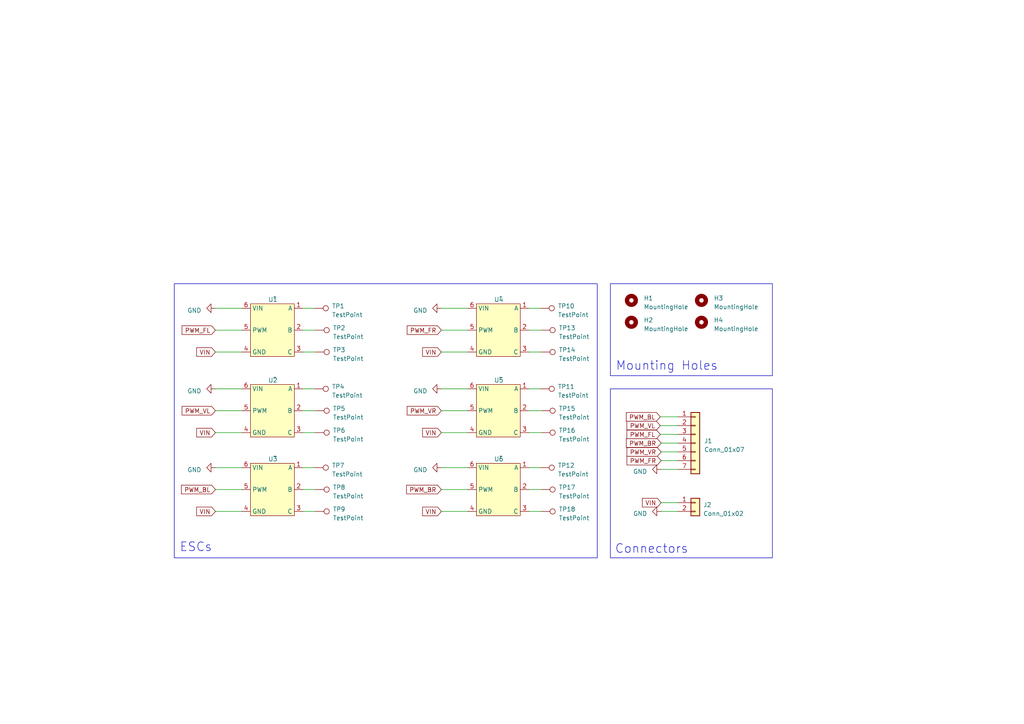
<source format=kicad_sch>
(kicad_sch (version 20230121) (generator eeschema)
  (paper "A4")
  (title_block (title "Speed Controller Integration") (date "2022-12-27") (rev "v01") (company "MATE Robotics") (comment 1 "Author: M. Liu"))
  (lib_symbols
    (symbol "Connector:TestPoint" (pin_numbers hide) (pin_names (offset 0.762) hide)
      (property "Reference" "TP" (at 0 6.858 0))
      (property "Value" "TestPoint" (at 0 5.08 0))
      (symbol "TestPoint_0_1"
        (circle (center 0 3.302) (radius 0.762))
      )
      (symbol "TestPoint_1_1"
        (pin passive line (at 0 0 90) (length 2.54) (name "1") (number "1"))
      )
    )
    (symbol "Connector_Generic:Conn_01x02" (pin_names (offset 1.016) hide)
      (property "Reference" "J" (at 0 2.54 0))
      (property "Value" "Conn_01x02" (at 0 -5.08 0))
      (symbol "Conn_01x02_1_1"
        (rectangle (start -1.27 -2.413) (end 0 -2.667) (stroke (width 0.1524)))
        (rectangle (start -1.27 0.127) (end 0 -0.127) (stroke (width 0.1524)))
        (rectangle (start -1.27 1.27) (end 1.27 -3.81) (stroke (width 0.254)) (fill (type background)))
        (pin passive line (at -5.08 0 0) (length 3.81) (name "Pin_1") (number "1"))
        (pin passive line (at -5.08 -2.54 0) (length 3.81) (name "Pin_2") (number "2"))
      )
    )
    (symbol "Connector_Generic:Conn_01x07" (pin_names (offset 1.016) hide)
      (property "Reference" "J" (at 0 10.16 0))
      (property "Value" "Conn_01x07" (at 0 -10.16 0))
      (symbol "Conn_01x07_1_1"
        (rectangle (start -1.27 -7.493) (end 0 -7.747) (stroke (width 0.1524)))
        (rectangle (start -1.27 -4.953) (end 0 -5.207) (stroke (width 0.1524)))
        (rectangle (start -1.27 -2.413) (end 0 -2.667) (stroke (width 0.1524)))
        (rectangle (start -1.27 0.127) (end 0 -0.127) (stroke (width 0.1524)))
        (rectangle (start -1.27 2.667) (end 0 2.413) (stroke (width 0.1524)))
        (rectangle (start -1.27 5.207) (end 0 4.953) (stroke (width 0.1524)))
        (rectangle (start -1.27 7.747) (end 0 7.493) (stroke (width 0.1524)))
        (rectangle (start -1.27 8.89) (end 1.27 -8.89) (stroke (width 0.254)) (fill (type background)))
        (pin passive line (at -5.08 7.62 0) (length 3.81) (name "Pin_1") (number "1"))
        (pin passive line (at -5.08 5.08 0) (length 3.81) (name "Pin_2") (number "2"))
        (pin passive line (at -5.08 2.54 0) (length 3.81) (name "Pin_3") (number "3"))
        (pin passive line (at -5.08 0 0) (length 3.81) (name "Pin_4") (number "4"))
        (pin passive line (at -5.08 -2.54 0) (length 3.81) (name "Pin_5") (number "5"))
        (pin passive line (at -5.08 -5.08 0) (length 3.81) (name "Pin_6") (number "6"))
        (pin passive line (at -5.08 -7.62 0) (length 3.81) (name "Pin_7") (number "7"))
      )
    )
    (symbol "DYS_ESC:ESC"
      (property "Reference" "U" (at -6.35 8.89 0))
      (property "Value" "ESC" (at 2.54 -8.89 0))
      (symbol "ESC_0_1"
        (rectangle (start -6.35 7.62) (end 6.35 -7.62) (fill (type background)))
      )
      (symbol "ESC_1_1"
        (pin output line (at 8.89 6.35 180) (length 2.54) (name "A") (number "1"))
        (pin output line (at 8.89 0 180) (length 2.54) (name "B") (number "2"))
        (pin output line (at 8.89 -6.35 180) (length 2.54) (name "C") (number "3"))
        (pin power_in line (at -8.89 -6.35 0) (length 2.54) (name "GND") (number "4"))
        (pin input line (at -8.89 0 0) (length 2.54) (name "PWM") (number "5"))
        (pin power_in line (at -8.89 6.35 0) (length 2.54) (name "VIN") (number "6"))
      )
    )
    (symbol "Mechanical:MountingHole" (pin_names (offset 1.016))
      (property "Reference" "H" (at 0 5.08 0))
      (property "Value" "MountingHole" (at 0 3.175 0))
      (symbol "MountingHole_0_1"
        (circle (center 0 0) (radius 1.27) (stroke (width 1.27)))
      )
    )
    (symbol "power:GND" (power) (pin_names (offset 0))
      (property "Value" "GND" (at 0 -3.81 0))
      (symbol "GND_0_1"
        (polyline (pts (xy 0 0) (xy 0 -1.27) (xy 1.27 -1.27) (xy 0 -2.54) (xy -1.27 -1.27) (xy 0 -1.27)))
      )
      (symbol "GND_1_1"
        (pin power_in line (at 0 0 270) (length 0) hide (name "GND") (number "1"))
      )
    )
  )
  (wire (pts (xy 191.77 145.796) (xy 196.596 145.796)))
  (wire (pts (xy 128.016 125.476) (xy 135.636 125.476)))
  (wire (pts (xy 191.77 133.604) (xy 196.596 133.604)))
  (wire (pts (xy 128.016 135.636) (xy 135.636 135.636)))
  (wire (pts (xy 191.77 136.144) (xy 196.596 136.144)))
  (wire (pts (xy 128.016 119.126) (xy 135.636 119.126)))
  (wire (pts (xy 128.016 95.758) (xy 135.636 95.758)))
  (wire (pts (xy 87.884 141.986) (xy 91.44 141.986)))
  (wire (pts (xy 153.416 135.636) (xy 156.718 135.636)))
  (wire (pts (xy 128.016 102.108) (xy 135.636 102.108)))
  (wire (pts (xy 153.416 125.476) (xy 156.972 125.476)))
  (wire (pts (xy 87.884 119.126) (xy 91.44 119.126)))
  (wire (pts (xy 62.484 125.476) (xy 70.104 125.476)))
  (wire (pts (xy 128.016 112.776) (xy 135.636 112.776)))
  (wire (pts (xy 153.416 102.108) (xy 156.972 102.108)))
  (wire (pts (xy 62.484 102.108) (xy 70.104 102.108)))
  (wire (pts (xy 87.884 125.476) (xy 91.44 125.476)))
  (wire (pts (xy 62.484 95.758) (xy 70.104 95.758)))
  (wire (pts (xy 128.016 89.408) (xy 135.636 89.408)))
  (wire (pts (xy 191.516 123.444) (xy 196.596 123.444)))
  (wire (pts (xy 128.016 148.336) (xy 135.636 148.336)))
  (wire (pts (xy 191.516 120.904) (xy 196.596 120.904)))
  (wire (pts (xy 87.884 89.408) (xy 91.186 89.408)))
  (wire (pts (xy 87.884 148.336) (xy 91.44 148.336)))
  (wire (pts (xy 153.416 141.986) (xy 156.972 141.986)))
  (wire (pts (xy 62.484 112.776) (xy 70.104 112.776)))
  (wire (pts (xy 153.416 148.336) (xy 156.972 148.336)))
  (wire (pts (xy 87.884 112.776) (xy 91.186 112.776)))
  (wire (pts (xy 191.77 148.336) (xy 196.596 148.336)))
  (wire (pts (xy 191.77 131.064) (xy 196.596 131.064)))
  (wire (pts (xy 87.884 135.636) (xy 91.186 135.636)))
  (wire (pts (xy 62.484 141.986) (xy 70.104 141.986)))
  (wire (pts (xy 191.77 128.524) (xy 196.596 128.524)))
  (wire (pts (xy 62.484 135.636) (xy 70.104 135.636)))
  (wire (pts (xy 87.884 95.758) (xy 91.44 95.758)))
  (wire (pts (xy 128.016 141.986) (xy 135.636 141.986)))
  (wire (pts (xy 191.516 125.984) (xy 196.596 125.984)))
  (wire (pts (xy 62.484 119.126) (xy 70.104 119.126)))
  (wire (pts (xy 153.416 112.776) (xy 156.718 112.776)))
  (wire (pts (xy 62.484 89.408) (xy 70.104 89.408)))
  (wire (pts (xy 153.416 119.126) (xy 156.972 119.126)))
  (wire (pts (xy 62.484 148.336) (xy 70.104 148.336)))
  (wire (pts (xy 153.416 95.758) (xy 156.972 95.758)))
  (wire (pts (xy 87.884 102.108) (xy 91.44 102.108)))
  (wire (pts (xy 153.416 89.408) (xy 156.718 89.408)))
  (rectangle (start 50.546 82.296) (end 173.228 161.798))
  (rectangle (start 177.038 82.296) (end 224.028 108.966))
  (rectangle (start 177.038 112.776) (end 224.028 161.798))
  (text "ESCs" (at 52.07 160.274 0) (effects (font (size 2.54 2.54)) (justify left bottom)))
  (text "Mounting Holes" (at 178.562 107.696 0) (effects (font (size 2.54 2.54)) (justify left bottom)))
  (text "Connectors" (at 178.308 160.782 0) (effects (font (size 2.54 2.54)) (justify left bottom)))
  (global_label "VIN" (shape input) (at 62.484 148.336 180) (property "Intersheetrefs" "${INTERSHEET_REFS}" (effects hide)))
  (global_label "PWM_VR" (shape input) (at 128.016 119.126 180) (property "Intersheetrefs" "${INTERSHEET_REFS}" (effects hide)))
  (global_label "PWM_BL" (shape input) (at 191.516 120.904 180) (property "Intersheetrefs" "${INTERSHEET_REFS}" (effects hide)))
  (global_label "PWM_BR" (shape input) (at 191.77 128.524 180) (property "Intersheetrefs" "${INTERSHEET_REFS}" (effects hide)))
  (global_label "PWM_FR" (shape input) (at 128.016 95.758 180) (property "Intersheetrefs" "${INTERSHEET_REFS}" (effects hide)))
  (global_label "VIN" (shape input) (at 191.77 145.796 180) (property "Intersheetrefs" "${INTERSHEET_REFS}" (effects hide)))
  (global_label "PWM_FR" (shape input) (at 191.77 133.604 180) (property "Intersheetrefs" "${INTERSHEET_REFS}" (effects hide)))
  (global_label "VIN" (shape input) (at 128.016 148.336 180) (property "Intersheetrefs" "${INTERSHEET_REFS}" (effects hide)))
  (global_label "VIN" (shape input) (at 128.016 125.476 180) (property "Intersheetrefs" "${INTERSHEET_REFS}" (effects hide)))
  (global_label "PWM_BL" (shape input) (at 62.484 141.986 180) (property "Intersheetrefs" "${INTERSHEET_REFS}" (effects hide)))
  (global_label "PWM_VL" (shape input) (at 62.484 119.126 180) (property "Intersheetrefs" "${INTERSHEET_REFS}" (effects hide)))
  (global_label "PWM_VR" (shape input) (at 191.77 131.064 180) (property "Intersheetrefs" "${INTERSHEET_REFS}" (effects hide)))
  (global_label "PWM_FL" (shape input) (at 62.484 95.758 180) (property "Intersheetrefs" "${INTERSHEET_REFS}" (effects hide)))
  (global_label "VIN" (shape input) (at 62.484 102.108 180) (property "Intersheetrefs" "${INTERSHEET_REFS}" (effects hide)))
  (global_label "VIN" (shape input) (at 128.016 102.108 180) (property "Intersheetrefs" "${INTERSHEET_REFS}" (effects hide)))
  (global_label "PWM_BR" (shape input) (at 128.016 141.986 180) (property "Intersheetrefs" "${INTERSHEET_REFS}" (effects hide)))
  (global_label "VIN" (shape input) (at 62.484 125.476 180) (property "Intersheetrefs" "${INTERSHEET_REFS}" (effects hide)))
  (global_label "PWM_VL" (shape input) (at 191.516 123.444 180) (property "Intersheetrefs" "${INTERSHEET_REFS}" (effects hide)))
  (global_label "PWM_FL" (shape input) (at 191.516 125.984 180) (property "Intersheetrefs" "${INTERSHEET_REFS}" (effects hide)))
  (symbol (lib_id "Connector_Generic:Conn_01x07") (at 201.676 128.524 0) (unit 1)
    (property "Reference" "J1" (at 204.216 127.889 0) (effects (justify left)))
    (property "Value" "Conn_01x07" (at 204.216 130.429 0) (effects (justify left)))
    (property "Footprint" "Connector_Molex:Molex_PicoBlade_53047-0710_1x07_P1.25mm_Vertical" (effects hide))
  )
  (symbol (lib_id "DYS_ESC:ESC") (at 78.994 95.758 0) (unit 1)
    (property "Reference" "U1" (at 79.1464 86.9188 0))
    (property "Value" "~" (at 79.7611 86.0552 0))
    (property "Footprint" "ESC:ESC" (effects hide))
  )
  (symbol (lib_id "Connector:TestPoint") (at 91.186 89.408 270) (unit 1)
    (property "Reference" "TP1" (at 96.266 88.773 90) (effects (justify left)))
    (property "Value" "TestPoint" (at 96.266 91.313 90) (effects (justify left)))
    (property "Footprint" "TestPoint:TestPoint_Pad_D4.0mm" (effects hide))
  )
  (symbol (lib_id "power:GND") (at 128.016 89.408 270) (unit 1)
    (property "Reference" "#PWR04" (effects hide))
    (property "Value" "GND" (at 123.952 90.043 90) (effects (justify right)))
  )
  (symbol (lib_id "Connector:TestPoint") (at 156.972 141.986 270) (unit 1)
    (property "Reference" "TP17" (at 162.052 141.351 90) (effects (justify left)))
    (property "Value" "TestPoint" (at 162.052 143.891 90) (effects (justify left)))
    (property "Footprint" "TestPoint:TestPoint_Pad_D4.0mm" (effects hide))
  )
  (symbol (lib_id "Connector:TestPoint") (at 156.718 135.636 270) (unit 1)
    (property "Reference" "TP12" (at 161.798 135.001 90) (effects (justify left)))
    (property "Value" "TestPoint" (at 161.798 137.541 90) (effects (justify left)))
    (property "Footprint" "TestPoint:TestPoint_Pad_D4.0mm" (effects hide))
  )
  (symbol (lib_id "Connector:TestPoint") (at 91.186 135.636 270) (unit 1)
    (property "Reference" "TP7" (at 96.266 135.001 90) (effects (justify left)))
    (property "Value" "TestPoint" (at 96.266 137.541 90) (effects (justify left)))
    (property "Footprint" "TestPoint:TestPoint_Pad_D4.0mm" (effects hide))
  )
  (symbol (lib_id "Connector:TestPoint") (at 156.972 125.476 270) (unit 1)
    (property "Reference" "TP16" (at 162.052 124.841 90) (effects (justify left)))
    (property "Value" "TestPoint" (at 162.052 127.381 90) (effects (justify left)))
    (property "Footprint" "TestPoint:TestPoint_Pad_D4.0mm" (effects hide))
  )
  (symbol (lib_id "Connector:TestPoint") (at 156.972 95.758 270) (unit 1)
    (property "Reference" "TP13" (at 162.052 95.123 90) (effects (justify left)))
    (property "Value" "TestPoint" (at 162.052 97.663 90) (effects (justify left)))
    (property "Footprint" "TestPoint:TestPoint_Pad_D4.0mm" (effects hide))
  )
  (symbol (lib_id "Connector:TestPoint") (at 156.972 148.336 270) (unit 1)
    (property "Reference" "TP18" (at 162.052 147.701 90) (effects (justify left)))
    (property "Value" "TestPoint" (at 162.052 150.241 90) (effects (justify left)))
    (property "Footprint" "TestPoint:TestPoint_Pad_D4.0mm" (effects hide))
  )
  (symbol (lib_id "Mechanical:MountingHole") (at 183.134 87.122 0) (unit 1)
    (property "Reference" "H1" (at 186.69 86.487 0) (effects (justify left)))
    (property "Value" "MountingHole" (at 186.69 89.027 0) (effects (justify left)))
    (property "Footprint" "MountingHole:MountingHole_3.2mm_M3_Pad_Via" (effects hide))
  )
  (symbol (lib_id "power:GND") (at 128.016 135.636 270) (unit 1)
    (property "Reference" "#PWR06" (effects hide))
    (property "Value" "GND" (at 123.952 136.271 90) (effects (justify right)))
  )
  (symbol (lib_id "DYS_ESC:ESC") (at 78.994 141.986 0) (unit 1)
    (property "Reference" "U3" (at 79.1464 133.1468 0))
    (property "Value" "~" (at 79.7611 132.2832 0))
    (property "Footprint" "ESC:ESC" (effects hide))
  )
  (symbol (lib_id "power:GND") (at 191.77 148.336 270) (unit 1)
    (property "Reference" "#PWR08" (effects hide))
    (property "Value" "GND" (at 187.706 148.971 90) (effects (justify right)))
  )
  (symbol (lib_id "Connector:TestPoint") (at 156.972 102.108 270) (unit 1)
    (property "Reference" "TP14" (at 162.052 101.473 90) (effects (justify left)))
    (property "Value" "TestPoint" (at 162.052 104.013 90) (effects (justify left)))
    (property "Footprint" "TestPoint:TestPoint_Pad_D4.0mm" (effects hide))
  )
  (symbol (lib_id "Connector:TestPoint") (at 91.44 148.336 270) (unit 1)
    (property "Reference" "TP9" (at 96.52 147.701 90) (effects (justify left)))
    (property "Value" "TestPoint" (at 96.52 150.241 90) (effects (justify left)))
    (property "Footprint" "TestPoint:TestPoint_Pad_D4.0mm" (effects hide))
  )
  (symbol (lib_id "DYS_ESC:ESC") (at 144.526 119.126 0) (unit 1)
    (property "Reference" "U5" (at 144.6784 110.2868 0))
    (property "Value" "~" (at 145.2931 109.4232 0))
    (property "Footprint" "ESC:ESC" (effects hide))
  )
  (symbol (lib_id "power:GND") (at 191.77 136.144 270) (unit 1)
    (property "Reference" "#PWR07" (effects hide))
    (property "Value" "GND" (at 187.706 136.779 90) (effects (justify right)))
  )
  (symbol (lib_id "Connector:TestPoint") (at 91.44 119.126 270) (unit 1)
    (property "Reference" "TP5" (at 96.52 118.491 90) (effects (justify left)))
    (property "Value" "TestPoint" (at 96.52 121.031 90) (effects (justify left)))
    (property "Footprint" "TestPoint:TestPoint_Pad_D4.0mm" (effects hide))
  )
  (symbol (lib_id "Connector:TestPoint") (at 156.718 112.776 270) (unit 1)
    (property "Reference" "TP11" (at 161.798 112.141 90) (effects (justify left)))
    (property "Value" "TestPoint" (at 161.798 114.681 90) (effects (justify left)))
    (property "Footprint" "TestPoint:TestPoint_Pad_D4.0mm" (effects hide))
  )
  (symbol (lib_id "Connector:TestPoint") (at 91.44 95.758 270) (unit 1)
    (property "Reference" "TP2" (at 96.52 95.123 90) (effects (justify left)))
    (property "Value" "TestPoint" (at 96.52 97.663 90) (effects (justify left)))
    (property "Footprint" "TestPoint:TestPoint_Pad_D4.0mm" (effects hide))
  )
  (symbol (lib_id "Mechanical:MountingHole") (at 203.454 93.472 0) (unit 1)
    (property "Reference" "H4" (at 207.01 92.837 0) (effects (justify left)))
    (property "Value" "MountingHole" (at 207.01 95.377 0) (effects (justify left)))
    (property "Footprint" "MountingHole:MountingHole_3.2mm_M3_Pad_Via" (effects hide))
  )
  (symbol (lib_id "Mechanical:MountingHole") (at 203.454 87.122 0) (unit 1)
    (property "Reference" "H3" (at 207.01 86.487 0) (effects (justify left)))
    (property "Value" "MountingHole" (at 207.01 89.027 0) (effects (justify left)))
    (property "Footprint" "MountingHole:MountingHole_3.2mm_M3_Pad_Via" (effects hide))
  )
  (symbol (lib_id "Connector:TestPoint") (at 156.718 89.408 270) (unit 1)
    (property "Reference" "TP10" (at 161.798 88.773 90) (effects (justify left)))
    (property "Value" "TestPoint" (at 161.798 91.313 90) (effects (justify left)))
    (property "Footprint" "TestPoint:TestPoint_Pad_D4.0mm" (effects hide))
  )
  (symbol (lib_id "power:GND") (at 128.016 112.776 270) (unit 1)
    (property "Reference" "#PWR05" (effects hide))
    (property "Value" "GND" (at 123.952 113.411 90) (effects (justify right)))
  )
  (symbol (lib_id "Connector:TestPoint") (at 91.44 141.986 270) (unit 1)
    (property "Reference" "TP8" (at 96.52 141.351 90) (effects (justify left)))
    (property "Value" "TestPoint" (at 96.52 143.891 90) (effects (justify left)))
    (property "Footprint" "TestPoint:TestPoint_Pad_D4.0mm" (effects hide))
  )
  (symbol (lib_id "DYS_ESC:ESC") (at 144.526 95.758 0) (unit 1)
    (property "Reference" "U4" (at 144.6784 86.9188 0))
    (property "Value" "~" (at 145.2931 86.0552 0))
    (property "Footprint" "ESC:ESC" (effects hide))
  )
  (symbol (lib_id "DYS_ESC:ESC") (at 78.994 119.126 0) (unit 1)
    (property "Reference" "U2" (at 79.1464 110.2868 0))
    (property "Value" "~" (at 79.7611 109.4232 0))
    (property "Footprint" "ESC:ESC" (effects hide))
  )
  (symbol (lib_id "power:GND") (at 62.484 135.636 270) (unit 1)
    (property "Reference" "#PWR03" (effects hide))
    (property "Value" "GND" (at 58.42 136.271 90) (effects (justify right)))
  )
  (symbol (lib_id "Connector:TestPoint") (at 91.44 125.476 270) (unit 1)
    (property "Reference" "TP6" (at 96.52 124.841 90) (effects (justify left)))
    (property "Value" "TestPoint" (at 96.52 127.381 90) (effects (justify left)))
    (property "Footprint" "TestPoint:TestPoint_Pad_D4.0mm" (effects hide))
  )
  (symbol (lib_id "Connector_Generic:Conn_01x02") (at 201.676 145.796 0) (unit 1)
    (property "Reference" "J2" (at 203.962 146.431 0) (effects (justify left)))
    (property "Value" "Conn_01x02" (at 203.962 148.971 0) (effects (justify left)))
    (property "Footprint" "Connector_Molex:Molex_Mega-Fit_76825-0002_2x01_P5.70mm_Horizontal" (effects hide))
  )
  (symbol (lib_id "power:GND") (at 62.484 89.408 270) (unit 1)
    (property "Reference" "#PWR01" (effects hide))
    (property "Value" "GND" (at 58.42 90.043 90) (effects (justify right)))
  )
  (symbol (lib_id "Connector:TestPoint") (at 156.972 119.126 270) (unit 1)
    (property "Reference" "TP15" (at 162.052 118.491 90) (effects (justify left)))
    (property "Value" "TestPoint" (at 162.052 121.031 90) (effects (justify left)))
    (property "Footprint" "TestPoint:TestPoint_Pad_D4.0mm" (effects hide))
  )
  (symbol (lib_id "Mechanical:MountingHole") (at 183.134 93.472 0) (unit 1)
    (property "Reference" "H2" (at 186.69 92.837 0) (effects (justify left)))
    (property "Value" "MountingHole" (at 186.69 95.377 0) (effects (justify left)))
    (property "Footprint" "MountingHole:MountingHole_3.2mm_M3_Pad_Via" (effects hide))
  )
  (symbol (lib_id "Connector:TestPoint") (at 91.44 102.108 270) (unit 1)
    (property "Reference" "TP3" (at 96.52 101.473 90) (effects (justify left)))
    (property "Value" "TestPoint" (at 96.52 104.013 90) (effects (justify left)))
    (property "Footprint" "TestPoint:TestPoint_Pad_D4.0mm" (effects hide))
  )
  (symbol (lib_id "power:GND") (at 62.484 112.776 270) (unit 1)
    (property "Reference" "#PWR02" (effects hide))
    (property "Value" "GND" (at 58.42 113.411 90) (effects (justify right)))
  )
  (symbol (lib_id "DYS_ESC:ESC") (at 144.526 141.986 0) (unit 1)
    (property "Reference" "U6" (at 144.6784 133.1468 0))
    (property "Value" "~" (at 145.2931 132.2832 0))
    (property "Footprint" "ESC:ESC" (effects hide))
  )
  (symbol (lib_id "Connector:TestPoint") (at 91.186 112.776 270) (unit 1)
    (property "Reference" "TP4" (at 96.266 112.141 90) (effects (justify left)))
    (property "Value" "TestPoint" (at 96.266 114.681 90) (effects (justify left)))
    (property "Footprint" "TestPoint:TestPoint_Pad_D4.0mm" (effects hide))
  )
)
</source>
